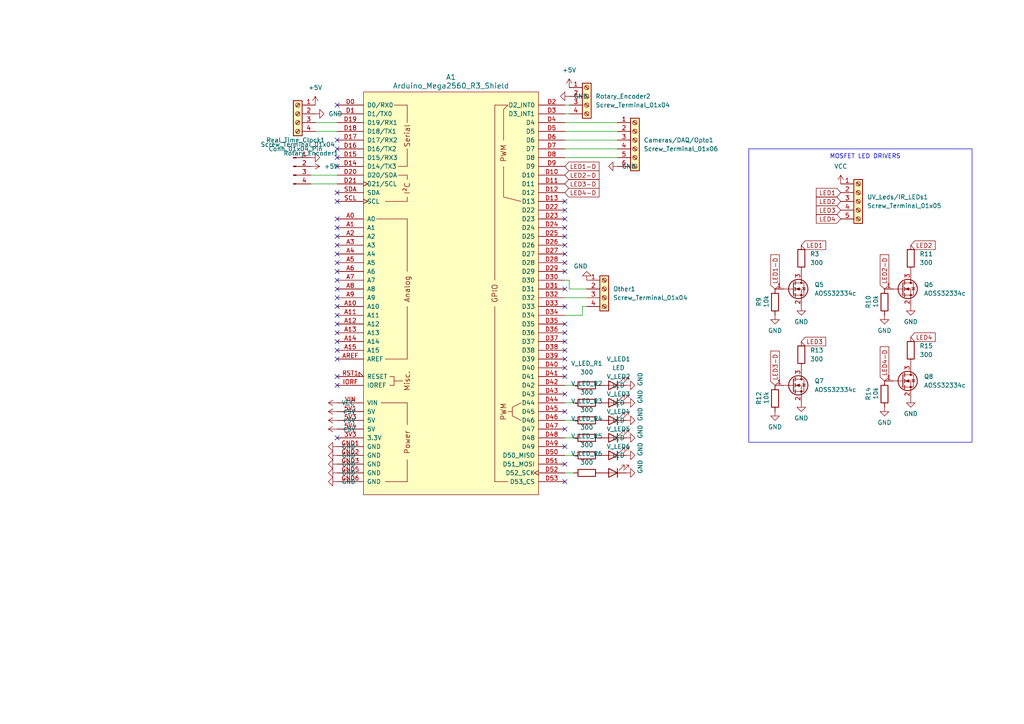
<source format=kicad_sch>
(kicad_sch (version 20231120) (generator "eeschema") (generator_version "8.0")
  (paper "A4")
  (lib_symbols
    (symbol "Connector:Conn_01x04_Pin" (pin_names (offset 1.016) hide)
      (property "Reference" "J" (at 0 5.08 0))
      (property "Value" "Conn_01x04_Pin" (at 0 -7.62 0))
      (symbol "Conn_01x04_Pin_1_1"
        (polyline (pts (xy 1.27 -5.08) (xy 0.8636 -5.08)) (stroke (width 0.1524)))
        (polyline (pts (xy 1.27 -2.54) (xy 0.8636 -2.54)) (stroke (width 0.1524)))
        (polyline (pts (xy 1.27 0) (xy 0.8636 0)) (stroke (width 0.1524)))
        (polyline (pts (xy 1.27 2.54) (xy 0.8636 2.54)) (stroke (width 0.1524)))
        (rectangle (start 0.8636 -4.953) (end 0 -5.207) (stroke (width 0.1524)) (fill (type outline)))
        (rectangle (start 0.8636 -2.413) (end 0 -2.667) (stroke (width 0.1524)) (fill (type outline)))
        (rectangle (start 0.8636 0.127) (end 0 -0.127) (stroke (width 0.1524)) (fill (type outline)))
        (rectangle (start 0.8636 2.667) (end 0 2.413) (stroke (width 0.1524)) (fill (type outline)))
        (pin passive line (at 5.08 2.54 180) (length 3.81) (name "Pin_1") (number "1"))
        (pin passive line (at 5.08 0 180) (length 3.81) (name "Pin_2") (number "2"))
        (pin passive line (at 5.08 -2.54 180) (length 3.81) (name "Pin_3") (number "3"))
        (pin passive line (at 5.08 -5.08 180) (length 3.81) (name "Pin_4") (number "4"))
      )
    )
    (symbol "Connector:Screw_Terminal_01x04" (pin_names (offset 1.016) hide)
      (property "Reference" "J" (at 0 5.08 0))
      (property "Value" "Screw_Terminal_01x04" (at 0 -7.62 0))
      (symbol "Screw_Terminal_01x04_1_1"
        (rectangle (start -1.27 3.81) (end 1.27 -6.35) (stroke (width 0.254)) (fill (type background)))
        (circle (center 0 -5.08) (radius 0.635) (stroke (width 0.1524)))
        (circle (center 0 -2.54) (radius 0.635) (stroke (width 0.1524)))
        (polyline (pts (xy -0.5334 -4.7498) (xy 0.3302 -5.588)) (stroke (width 0.1524)))
        (polyline (pts (xy -0.5334 -2.2098) (xy 0.3302 -3.048)) (stroke (width 0.1524)))
        (polyline (pts (xy -0.5334 0.3302) (xy 0.3302 -0.508)) (stroke (width 0.1524)))
        (polyline (pts (xy -0.5334 2.8702) (xy 0.3302 2.032)) (stroke (width 0.1524)))
        (polyline (pts (xy -0.3556 -4.572) (xy 0.508 -5.4102)) (stroke (width 0.1524)))
        (polyline (pts (xy -0.3556 -2.032) (xy 0.508 -2.8702)) (stroke (width 0.1524)))
        (polyline (pts (xy -0.3556 0.508) (xy 0.508 -0.3302)) (stroke (width 0.1524)))
        (polyline (pts (xy -0.3556 3.048) (xy 0.508 2.2098)) (stroke (width 0.1524)))
        (circle (center 0 0) (radius 0.635) (stroke (width 0.1524)))
        (circle (center 0 2.54) (radius 0.635) (stroke (width 0.1524)))
        (pin passive line (at -5.08 2.54 0) (length 3.81) (name "Pin_1") (number "1"))
        (pin passive line (at -5.08 0 0) (length 3.81) (name "Pin_2") (number "2"))
        (pin passive line (at -5.08 -2.54 0) (length 3.81) (name "Pin_3") (number "3"))
        (pin passive line (at -5.08 -5.08 0) (length 3.81) (name "Pin_4") (number "4"))
      )
    )
    (symbol "Connector:Screw_Terminal_01x05" (pin_names (offset 1.016) hide)
      (property "Reference" "J" (at 0 7.62 0))
      (property "Value" "Screw_Terminal_01x05" (at 0 -7.62 0))
      (symbol "Screw_Terminal_01x05_1_1"
        (rectangle (start -1.27 6.35) (end 1.27 -6.35) (stroke (width 0.254)) (fill (type background)))
        (circle (center 0 -5.08) (radius 0.635) (stroke (width 0.1524)))
        (circle (center 0 -2.54) (radius 0.635) (stroke (width 0.1524)))
        (polyline (pts (xy -0.5334 -4.7498) (xy 0.3302 -5.588)) (stroke (width 0.1524)))
        (polyline (pts (xy -0.5334 -2.2098) (xy 0.3302 -3.048)) (stroke (width 0.1524)))
        (polyline (pts (xy -0.5334 0.3302) (xy 0.3302 -0.508)) (stroke (width 0.1524)))
        (polyline (pts (xy -0.5334 2.8702) (xy 0.3302 2.032)) (stroke (width 0.1524)))
        (polyline (pts (xy -0.5334 5.4102) (xy 0.3302 4.572)) (stroke (width 0.1524)))
        (polyline (pts (xy -0.3556 -4.572) (xy 0.508 -5.4102)) (stroke (width 0.1524)))
        (polyline (pts (xy -0.3556 -2.032) (xy 0.508 -2.8702)) (stroke (width 0.1524)))
        (polyline (pts (xy -0.3556 0.508) (xy 0.508 -0.3302)) (stroke (width 0.1524)))
        (polyline (pts (xy -0.3556 3.048) (xy 0.508 2.2098)) (stroke (width 0.1524)))
        (polyline (pts (xy -0.3556 5.588) (xy 0.508 4.7498)) (stroke (width 0.1524)))
        (circle (center 0 0) (radius 0.635) (stroke (width 0.1524)))
        (circle (center 0 2.54) (radius 0.635) (stroke (width 0.1524)))
        (circle (center 0 5.08) (radius 0.635) (stroke (width 0.1524)))
        (pin passive line (at -5.08 5.08 0) (length 3.81) (name "Pin_1") (number "1"))
        (pin passive line (at -5.08 2.54 0) (length 3.81) (name "Pin_2") (number "2"))
        (pin passive line (at -5.08 0 0) (length 3.81) (name "Pin_3") (number "3"))
        (pin passive line (at -5.08 -2.54 0) (length 3.81) (name "Pin_4") (number "4"))
        (pin passive line (at -5.08 -5.08 0) (length 3.81) (name "Pin_5") (number "5"))
      )
    )
    (symbol "Connector:Screw_Terminal_01x06" (pin_names (offset 1.016) hide)
      (property "Reference" "J" (at 0 7.62 0))
      (property "Value" "Screw_Terminal_01x06" (at 0 -10.16 0))
      (symbol "Screw_Terminal_01x06_1_1"
        (rectangle (start -1.27 6.35) (end 1.27 -8.89) (stroke (width 0.254)) (fill (type background)))
        (circle (center 0 -7.62) (radius 0.635) (stroke (width 0.1524)))
        (circle (center 0 -5.08) (radius 0.635) (stroke (width 0.1524)))
        (circle (center 0 -2.54) (radius 0.635) (stroke (width 0.1524)))
        (polyline (pts (xy -0.5334 -7.2898) (xy 0.3302 -8.128)) (stroke (width 0.1524)))
        (polyline (pts (xy -0.5334 -4.7498) (xy 0.3302 -5.588)) (stroke (width 0.1524)))
        (polyline (pts (xy -0.5334 -2.2098) (xy 0.3302 -3.048)) (stroke (width 0.1524)))
        (polyline (pts (xy -0.5334 0.3302) (xy 0.3302 -0.508)) (stroke (width 0.1524)))
        (polyline (pts (xy -0.5334 2.8702) (xy 0.3302 2.032)) (stroke (width 0.1524)))
        (polyline (pts (xy -0.5334 5.4102) (xy 0.3302 4.572)) (stroke (width 0.1524)))
        (polyline (pts (xy -0.3556 -7.112) (xy 0.508 -7.9502)) (stroke (width 0.1524)))
        (polyline (pts (xy -0.3556 -4.572) (xy 0.508 -5.4102)) (stroke (width 0.1524)))
        (polyline (pts (xy -0.3556 -2.032) (xy 0.508 -2.8702)) (stroke (width 0.1524)))
        (polyline (pts (xy -0.3556 0.508) (xy 0.508 -0.3302)) (stroke (width 0.1524)))
        (polyline (pts (xy -0.3556 3.048) (xy 0.508 2.2098)) (stroke (width 0.1524)))
        (polyline (pts (xy -0.3556 5.588) (xy 0.508 4.7498)) (stroke (width 0.1524)))
        (circle (center 0 0) (radius 0.635) (stroke (width 0.1524)))
        (circle (center 0 2.54) (radius 0.635) (stroke (width 0.1524)))
        (circle (center 0 5.08) (radius 0.635) (stroke (width 0.1524)))
        (pin passive line (at -5.08 5.08 0) (length 3.81) (name "Pin_1") (number "1"))
        (pin passive line (at -5.08 2.54 0) (length 3.81) (name "Pin_2") (number "2"))
        (pin passive line (at -5.08 0 0) (length 3.81) (name "Pin_3") (number "3"))
        (pin passive line (at -5.08 -2.54 0) (length 3.81) (name "Pin_4") (number "4"))
        (pin passive line (at -5.08 -5.08 0) (length 3.81) (name "Pin_5") (number "5"))
        (pin passive line (at -5.08 -7.62 0) (length 3.81) (name "Pin_6") (number "6"))
      )
    )
    (symbol "Device:LED" (pin_numbers hide) (pin_names (offset 1.016) hide)
      (property "Reference" "D" (at 0 2.54 0))
      (property "Value" "LED" (at 0 -2.54 0))
      (symbol "LED_0_1"
        (polyline (pts (xy -1.27 -1.27) (xy -1.27 1.27)) (stroke (width 0.254)))
        (polyline (pts (xy -1.27 0) (xy 1.27 0)))
        (polyline (pts (xy 1.27 -1.27) (xy 1.27 1.27) (xy -1.27 0) (xy 1.27 -1.27)) (stroke (width 0.254)))
        (polyline (pts (xy -3.048 -0.762) (xy -4.572 -2.286) (xy -3.81 -2.286) (xy -4.572 -2.286) (xy -4.572 -1.524)))
        (polyline (pts (xy -1.778 -0.762) (xy -3.302 -2.286) (xy -2.54 -2.286) (xy -3.302 -2.286) (xy -3.302 -1.524)))
      )
      (symbol "LED_1_1"
        (pin passive line (at -3.81 0 0) (length 2.54) (name "K") (number "1"))
        (pin passive line (at 3.81 0 180) (length 2.54) (name "A") (number "2"))
      )
    )
    (symbol "Device:R" (pin_numbers hide) (pin_names (offset 0))
      (property "Reference" "R" (at 2.032 0 90))
      (property "Value" "R" (at 0 0 90))
      (symbol "R_0_1"
        (rectangle (start -1.016 -2.54) (end 1.016 2.54) (stroke (width 0.254)))
      )
      (symbol "R_1_1"
        (pin passive line (at 0 3.81 270) (length 1.27) (name "~") (number "1"))
        (pin passive line (at 0 -3.81 90) (length 1.27) (name "~") (number "2"))
      )
    )
    (symbol "Transistor_FET:2N7002E" (pin_names hide)
      (property "Reference" "Q" (at 5.08 1.905 0))
      (property "Value" "2N7002E" (at 5.08 0 0))
      (symbol "2N7002E_0_1"
        (polyline (pts (xy 0.254 0) (xy -2.54 0)))
        (polyline (pts (xy 0.254 1.905) (xy 0.254 -1.905)) (stroke (width 0.254)))
        (polyline (pts (xy 0.762 -1.27) (xy 0.762 -2.286)) (stroke (width 0.254)))
        (polyline (pts (xy 0.762 0.508) (xy 0.762 -0.508)) (stroke (width 0.254)))
        (polyline (pts (xy 0.762 2.286) (xy 0.762 1.27)) (stroke (width 0.254)))
        (polyline (pts (xy 2.54 2.54) (xy 2.54 1.778)))
        (polyline (pts (xy 2.54 -2.54) (xy 2.54 0) (xy 0.762 0)))
        (polyline (pts (xy 0.762 -1.778) (xy 3.302 -1.778) (xy 3.302 1.778) (xy 0.762 1.778)))
        (polyline (pts (xy 1.016 0) (xy 2.032 0.381) (xy 2.032 -0.381) (xy 1.016 0)) (fill (type outline)))
        (polyline (pts (xy 2.794 0.508) (xy 2.921 0.381) (xy 3.683 0.381) (xy 3.81 0.254)))
        (polyline (pts (xy 3.302 0.381) (xy 2.921 -0.254) (xy 3.683 -0.254) (xy 3.302 0.381)))
        (circle (center 1.651 0) (radius 2.794) (stroke (width 0.254)))
        (circle (center 2.54 -1.778) (radius 0.254) (fill (type outline)))
        (circle (center 2.54 1.778) (radius 0.254) (fill (type outline)))
      )
      (symbol "2N7002E_1_1"
        (pin input line (at -5.08 0 0) (length 2.54) (name "G") (number "1"))
        (pin passive line (at 2.54 -5.08 90) (length 2.54) (name "S") (number "2"))
        (pin passive line (at 2.54 5.08 270) (length 2.54) (name "D") (number "3"))
      )
    )
    (symbol "arduino-library_2:Arduino_Mega2560_R3_Shield_Middle_Removed" (pin_names (offset 1.016))
      (property "Reference" "A" (at 0 -62.23 0))
      (property "Value" "Arduino_Mega2560_R3_Shield" (at 0 -66.04 0))
      (symbol "Arduino_Mega2560_R3_Shield_Middle_Removed_0_0"
        (rectangle (start -25.4 58.42) (end 25.4 -58.42) (fill (type background)))
        (rectangle (start -20.32 -31.75) (end -12.7 -31.75))
        (rectangle (start -19.05 -54.61) (end -12.7 -54.61))
        (rectangle (start -19.05 -19.05) (end -12.7 -19.05))
        (rectangle (start -19.05 26.67) (end -12.7 26.67))
        (rectangle (start -17.78 -26.67) (end -16.51 -26.67))
        (rectangle (start -17.78 -24.13) (end -16.51 -24.13))
        (rectangle (start -16.51 -25.4) (end -13.97 -25.4))
        (rectangle (start -16.51 -24.13) (end -16.51 -26.67))
        (rectangle (start -16.51 54.61) (end -12.7 54.61))
        (rectangle (start -15.24 34.29) (end -12.7 34.29))
        (rectangle (start -15.24 36.83) (end -12.7 36.83))
        (rectangle (start -12.7 -54.61) (end -12.7 -48.26))
        (rectangle (start -12.7 -31.75) (end -12.7 -38.1))
        (rectangle (start -12.7 26.67) (end -12.7 27.94))
        (rectangle (start -12.7 34.29) (end -12.7 33.02))
        (rectangle (start -12.7 41.91) (end -12.7 36.83))
        (rectangle (start -12.7 49.53) (end -12.7 54.61))
        (polyline (pts (xy -21.59 21.59) (xy -12.7 21.59)))
        (polyline (pts (xy -12.7 -19.05) (xy -12.7 -3.81)))
        (polyline (pts (xy -12.7 6.35) (xy -12.7 21.59)))
        (polyline (pts (xy 12.7 -54.61) (xy 16.51 -54.61)))
        (polyline (pts (xy 12.7 54.61) (xy 16.51 54.61)))
        (polyline (pts (xy 17.78 -34.29) (xy 16.51 -34.29)))
        (polyline (pts (xy 15.24 36.83) (xy 15.24 27.94) (xy 20.32 26.67)))
        (polyline (pts (xy 15.24 44.45) (xy 15.24 53.34) (xy 16.51 54.61)))
        (polyline (pts (xy 20.32 -31.75) (xy 17.78 -33.02) (xy 17.78 -35.56) (xy 20.32 -36.83)))
        (text "Analog" (at -12.7 1.27 900) (effects (font (size 1.524 1.524))))
        (text "I²C" (at -12.7 30.48 900) (effects (font (size 1.524 1.524))))
        (text "Misc." (at -12.7 -25.4 900) (effects (font (size 1.524 1.524))))
        (text "Power" (at -12.7 -43.18 900) (effects (font (size 1.524 1.524))))
        (text "PWM" (at 15.24 -34.29 900) (effects (font (size 1.524 1.524))))
        (text "PWM" (at 15.24 40.64 900) (effects (font (size 1.524 1.524))))
        (text "Serial" (at -12.7 45.72 900) (effects (font (size 1.524 1.524))))
      )
      (symbol "Arduino_Mega2560_R3_Shield_Middle_Removed_1_0"
        (rectangle (start 12.7 -54.61) (end 12.7 -3.81))
        (rectangle (start 12.7 54.61) (end 12.7 3.81))
        (text "GPIO" (at 12.7 0 900) (effects (font (size 1.524 1.524))))
      )
      (symbol "Arduino_Mega2560_R3_Shield_Middle_Removed_1_1"
        (pin power_out line (at -33.02 -41.91 0) (length 7.62) (name "3.3V") (number "3V3"))
        (pin power_in line (at -33.02 -34.29 0) (length 7.62) (name "5V") (number "5V1"))
        (pin power_in line (at -33.02 -36.83 0) (length 7.62) (name "5V") (number "5V3"))
        (pin power_in line (at -33.02 -39.37 0) (length 7.62) (name "5V") (number "5V4"))
        (pin bidirectional line (at -33.02 21.59 0) (length 7.62) (name "A0") (number "A0"))
        (pin bidirectional line (at -33.02 19.05 0) (length 7.62) (name "A1") (number "A1"))
        (pin bidirectional line (at -33.02 -3.81 0) (length 7.62) (name "A10") (number "A10"))
        (pin bidirectional line (at -33.02 -6.35 0) (length 7.62) (name "A11") (number "A11"))
        (pin bidirectional line (at -33.02 -8.89 0) (length 7.62) (name "A12") (number "A12"))
        (pin bidirectional line (at -33.02 -11.43 0) (length 7.62) (name "A13") (number "A13"))
        (pin bidirectional line (at -33.02 -13.97 0) (length 7.62) (name "A14") (number "A14"))
        (pin bidirectional line (at -33.02 -16.51 0) (length 7.62) (name "A15") (number "A15"))
        (pin bidirectional line (at -33.02 16.51 0) (length 7.62) (name "A2") (number "A2"))
        (pin bidirectional line (at -33.02 13.97 0) (length 7.62) (name "A3") (number "A3"))
        (pin bidirectional line (at -33.02 11.43 0) (length 7.62) (name "A4") (number "A4"))
        (pin bidirectional line (at -33.02 8.89 0) (length 7.62) (name "A5") (number "A5"))
        (pin bidirectional line (at -33.02 6.35 0) (length 7.62) (name "A6") (number "A6"))
        (pin bidirectional line (at -33.02 3.81 0) (length 7.62) (name "A7") (number "A7"))
        (pin bidirectional line (at -33.02 1.27 0) (length 7.62) (name "A8") (number "A8"))
        (pin bidirectional line (at -33.02 -1.27 0) (length 7.62) (name "A9") (number "A9"))
        (pin input line (at -33.02 -19.05 0) (length 7.62) (name "AREF") (number "AREF"))
        (pin bidirectional line (at -33.02 54.61 0) (length 7.62) (name "D0/RX0") (number "D0"))
        (pin bidirectional line (at -33.02 52.07 0) (length 7.62) (name "D1/TX0") (number "D1"))
        (pin bidirectional line (at 33.02 34.29 180) (length 7.62) (name "D10") (number "D10"))
        (pin bidirectional line (at 33.02 31.75 180) (length 7.62) (name "D11") (number "D11"))
        (pin bidirectional line (at 33.02 29.21 180) (length 7.62) (name "D12") (number "D12"))
        (pin bidirectional line (at 33.02 26.67 180) (length 7.62) (name "D13") (number "D13"))
        (pin bidirectional line (at -33.02 36.83 0) (length 7.62) (name "D14/TX3") (number "D14"))
        (pin bidirectional line (at -33.02 39.37 0) (length 7.62) (name "D15/RX3") (number "D15"))
        (pin bidirectional line (at -33.02 41.91 0) (length 7.62) (name "D16/TX2") (number "D16"))
        (pin bidirectional line (at -33.02 44.45 0) (length 7.62) (name "D17/RX2") (number "D17"))
        (pin bidirectional line (at -33.02 46.99 0) (length 7.62) (name "D18/TX1") (number "D18"))
        (pin bidirectional line (at -33.02 49.53 0) (length 7.62) (name "D19/RX1") (number "D19"))
        (pin bidirectional line (at 33.02 54.61 180) (length 7.62) (name "D2_INT0") (number "D2"))
        (pin bidirectional line (at -33.02 34.29 0) (length 7.62) (name "D20/SDA") (number "D20"))
        (pin bidirectional clock (at -33.02 31.75 0) (length 7.62) (name "D21/SCL") (number "D21"))
        (pin bidirectional line (at 33.02 24.13 180) (length 7.62) (name "D22") (number "D22"))
        (pin bidirectional line (at 33.02 21.59 180) (length 7.62) (name "D23") (number "D23"))
        (pin bidirectional line (at 33.02 19.05 180) (length 7.62) (name "D24") (number "D24"))
        (pin bidirectional line (at 33.02 16.51 180) (length 7.62) (name "D25") (number "D25"))
        (pin bidirectional line (at 33.02 13.97 180) (length 7.62) (name "D26") (number "D26"))
        (pin bidirectional line (at 33.02 11.43 180) (length 7.62) (name "D27") (number "D27"))
        (pin bidirectional line (at 33.02 8.89 180) (length 7.62) (name "D28") (number "D28"))
        (pin bidirectional line (at 33.02 6.35 180) (length 7.62) (name "D29") (number "D29"))
        (pin bidirectional line (at 33.02 52.07 180) (length 7.62) (name "D3_INT1") (number "D3"))
        (pin bidirectional line (at 33.02 3.81 180) (length 7.62) (name "D30") (number "D30"))
        (pin bidirectional line (at 33.02 1.27 180) (length 7.62) (name "D31") (number "D31"))
        (pin bidirectional line (at 33.02 -1.27 180) (length 7.62) (name "D32") (number "D32"))
        (pin bidirectional line (at 33.02 -3.81 180) (length 7.62) (name "D33") (number "D33"))
        (pin bidirectional line (at 33.02 -6.35 180) (length 7.62) (name "D34") (number "D34"))
        (pin bidirectional line (at 33.02 -8.89 180) (length 7.62) (name "D35") (number "D35"))
        (pin bidirectional line (at 33.02 -11.43 180) (length 7.62) (name "D36") (number "D36"))
        (pin bidirectional line (at 33.02 -13.97 180) (length 7.62) (name "D37") (number "D37"))
        (pin bidirectional line (at 33.02 -16.51 180) (length 7.62) (name "D38") (number "D38"))
        (pin bidirectional line (at 33.02 -19.05 180) (length 7.62) (name "D39") (number "D39"))
        (pin bidirectional line (at 33.02 49.53 180) (length 7.62) (name "D4") (number "D4"))
        (pin bidirectional line (at 33.02 -21.59 180) (length 7.62) (name "D40") (number "D40"))
        (pin bidirectional line (at 33.02 -24.13 180) (length 7.62) (name "D41") (number "D41"))
        (pin bidirectional line (at 33.02 -26.67 180) (length 7.62) (name "D42") (number "D42"))
        (pin bidirectional line (at 33.02 -29.21 180) (length 7.62) (name "D43") (number "D43"))
        (pin bidirectional line (at 33.02 -31.75 180) (length 7.62) (name "D44") (number "D44"))
        (pin bidirectional line (at 33.02 -34.29 180) (length 7.62) (name "D45") (number "D45"))
        (pin bidirectional line (at 33.02 -36.83 180) (length 7.62) (name "D46") (number "D46"))
        (pin bidirectional line (at 33.02 -39.37 180) (length 7.62) (name "D47") (number "D47"))
        (pin bidirectional line (at 33.02 -41.91 180) (length 7.62) (name "D48") (number "D48"))
        (pin bidirectional line (at 33.02 -44.45 180) (length 7.62) (name "D49") (number "D49"))
        (pin bidirectional line (at 33.02 46.99 180) (length 7.62) (name "D5") (number "D5"))
        (pin bidirectional line (at 33.02 -46.99 180) (length 7.62) (name "D50_MISO") (number "D50"))
        (pin bidirectional line (at 33.02 -49.53 180) (length 7.62) (name "D51_MOSI") (number "D51"))
        (pin bidirectional clock (at 33.02 -52.07 180) (length 7.62) (name "D52_SCK") (number "D52"))
        (pin bidirectional line (at 33.02 -54.61 180) (length 7.62) (name "D53_CS") (number "D53"))
        (pin bidirectional line (at 33.02 44.45 180) (length 7.62) (name "D6") (number "D6"))
        (pin bidirectional line (at 33.02 41.91 180) (length 7.62) (name "D7") (number "D7"))
        (pin bidirectional line (at 33.02 39.37 180) (length 7.62) (name "D8") (number "D8"))
        (pin bidirectional line (at 33.02 36.83 180) (length 7.62) (name "D9") (number "D9"))
        (pin power_in line (at -33.02 -44.45 0) (length 7.62) (name "GND") (number "GND1"))
        (pin power_in line (at -33.02 -46.99 0) (length 7.62) (name "GND") (number "GND2"))
        (pin power_in line (at -33.02 -49.53 0) (length 7.62) (name "GND") (number "GND3"))
        (pin power_in line (at -33.02 -52.07 0) (length 7.62) (name "GND") (number "GND5"))
        (pin power_in line (at -33.02 -54.61 0) (length 7.62) (name "GND") (number "GND6"))
        (pin output line (at -33.02 -26.67 0) (length 7.62) (name "IOREF") (number "IORF"))
        (pin open_collector input_low (at -33.02 -24.13 0) (length 7.62) (name "RESET") (number "RST1"))
        (pin bidirectional clock (at -33.02 26.67 0) (length 7.62) (name "SCL") (number "SCL"))
        (pin bidirectional line (at -33.02 29.21 0) (length 7.62) (name "SDA") (number "SDA"))
        (pin power_in line (at -33.02 -31.75 0) (length 7.62) (name "VIN") (number "VIN"))
      )
    )
    (symbol "power:+5V" (power) (pin_names (offset 0))
      (property "Value" "+5V" (at 0 3.556 0))
      (symbol "+5V_0_1"
        (polyline (pts (xy -0.762 1.27) (xy 0 2.54)))
        (polyline (pts (xy 0 0) (xy 0 2.54)))
        (polyline (pts (xy 0 2.54) (xy 0.762 1.27)))
      )
      (symbol "+5V_1_1"
        (pin power_in line (at 0 0 90) (length 0) hide (name "+5V") (number "1"))
      )
    )
    (symbol "power:GND" (power) (pin_names (offset 0))
      (property "Value" "GND" (at 0 -3.81 0))
      (symbol "GND_0_1"
        (polyline (pts (xy 0 0) (xy 0 -1.27) (xy 1.27 -1.27) (xy 0 -2.54) (xy -1.27 -1.27) (xy 0 -1.27)))
      )
      (symbol "GND_1_1"
        (pin power_in line (at 0 0 270) (length 0) hide (name "GND") (number "1"))
      )
    )
    (symbol "power:VCC" (power) (pin_names (offset 0))
      (property "Value" "VCC" (at 0 3.81 0))
      (symbol "VCC_0_1"
        (polyline (pts (xy -0.762 1.27) (xy 0 2.54)))
        (polyline (pts (xy 0 0) (xy 0 2.54)))
        (polyline (pts (xy 0 2.54) (xy 0.762 1.27)))
      )
      (symbol "VCC_1_1"
        (pin power_in line (at 0 0 90) (length 0) hide (name "VCC") (number "1"))
      )
    )
  )
  (no_connect (at 163.83 66.04))
  (no_connect (at 163.83 63.5))
  (no_connect (at 163.83 134.62))
  (no_connect (at 163.83 139.7))
  (no_connect (at 97.79 99.06))
  (no_connect (at 163.83 68.58))
  (no_connect (at 163.83 124.46))
  (no_connect (at 97.79 104.14))
  (no_connect (at 97.79 66.04))
  (no_connect (at 97.79 73.66))
  (no_connect (at 97.79 111.76))
  (no_connect (at 97.79 40.64))
  (no_connect (at 163.83 104.14))
  (no_connect (at 97.79 68.58))
  (no_connect (at 97.79 63.5))
  (no_connect (at 97.79 91.44))
  (no_connect (at 163.83 114.3))
  (no_connect (at 97.79 96.52))
  (no_connect (at 163.83 88.9))
  (no_connect (at 97.79 78.74))
  (no_connect (at 163.83 129.54))
  (no_connect (at 163.83 99.06))
  (no_connect (at 97.79 86.36))
  (no_connect (at 163.83 119.38))
  (no_connect (at 163.83 73.66))
  (no_connect (at 163.83 78.74))
  (no_connect (at 97.79 58.42))
  (no_connect (at 97.79 88.9))
  (no_connect (at 97.79 45.72))
  (no_connect (at 97.79 55.88))
  (no_connect (at 97.79 30.48))
  (no_connect (at 97.79 48.26))
  (no_connect (at 163.83 96.52))
  (no_connect (at 97.79 127))
  (no_connect (at 163.83 60.96))
  (no_connect (at 97.79 43.18))
  (no_connect (at 163.83 58.42))
  (no_connect (at 97.79 101.6))
  (no_connect (at 163.83 93.98))
  (no_connect (at 97.79 109.22))
  (no_connect (at 97.79 71.12))
  (no_connect (at 97.79 76.2))
  (no_connect (at 97.79 81.28))
  (no_connect (at 163.83 106.68))
  (no_connect (at 163.83 71.12))
  (no_connect (at 97.79 83.82))
  (no_connect (at 163.83 109.22))
  (no_connect (at 163.83 101.6))
  (no_connect (at 163.83 83.82))
  (no_connect (at 163.83 76.2))
  (no_connect (at 97.79 93.98))
  (wire (pts (xy 163.83 116.84) (xy 166.37 116.84)))
  (wire (pts (xy 165.1 33.02) (xy 163.83 33.02)))
  (wire (pts (xy 170.18 88.9) (xy 168.91 88.9)))
  (wire (pts (xy 165.1 83.82) (xy 170.18 83.82)))
  (wire (pts (xy 91.44 35.56) (xy 97.79 35.56)))
  (wire (pts (xy 163.83 121.92) (xy 166.37 121.92)))
  (wire (pts (xy 168.91 91.44) (xy 163.83 91.44)))
  (wire (pts (xy 163.83 45.72) (xy 179.07 45.72)))
  (wire (pts (xy 163.83 40.64) (xy 179.07 40.64)))
  (wire (pts (xy 165.1 83.82) (xy 165.1 81.28)))
  (wire (pts (xy 163.83 43.18) (xy 179.07 43.18)))
  (wire (pts (xy 163.83 137.16) (xy 166.37 137.16)))
  (wire (pts (xy 163.83 30.48) (xy 165.1 30.48)))
  (wire (pts (xy 163.83 35.56) (xy 179.07 35.56)))
  (wire (pts (xy 90.17 50.8) (xy 97.79 50.8)))
  (wire (pts (xy 168.91 88.9) (xy 168.91 91.44)))
  (wire (pts (xy 163.83 132.08) (xy 166.37 132.08)))
  (wire (pts (xy 163.83 38.1) (xy 179.07 38.1)))
  (wire (pts (xy 163.83 111.76) (xy 166.37 111.76)))
  (wire (pts (xy 163.83 127) (xy 166.37 127)))
  (wire (pts (xy 170.18 86.36) (xy 163.83 86.36)))
  (wire (pts (xy 91.44 38.1) (xy 97.79 38.1)))
  (wire (pts (xy 90.17 53.34) (xy 97.79 53.34)))
  (wire (pts (xy 165.1 81.28) (xy 163.83 81.28)))
  (rectangle (start 217.17 43.18) (end 281.94 128.27))
  (text "MOSFET LED DRIVERS" (at 250.952 45.466 0) (effects (font (size 1.27 1.27))))
  (global_label "LED1" (shape input) (at 243.84 55.88 180) (property "Intersheetrefs" "${INTERSHEET_REFS}" (effects (hide yes))))
  (global_label "LED4" (shape input) (at 264.16 97.79 0) (property "Intersheetrefs" "${INTERSHEET_REFS}" (effects (hide yes))))
  (global_label "LED4-D" (shape input) (at 256.54 110.49 90) (property "Intersheetrefs" "${INTERSHEET_REFS}" (effects (hide yes))))
  (global_label "LED2-D" (shape input) (at 256.54 83.82 90) (property "Intersheetrefs" "${INTERSHEET_REFS}" (effects (hide yes))))
  (global_label "LED1" (shape input) (at 232.41 71.12 0) (property "Intersheetrefs" "${INTERSHEET_REFS}" (effects (hide yes))))
  (global_label "LED3" (shape input) (at 243.84 60.96 180) (property "Intersheetrefs" "${INTERSHEET_REFS}" (effects (hide yes))))
  (global_label "LED3-D" (shape input) (at 224.79 111.76 90) (property "Intersheetrefs" "${INTERSHEET_REFS}" (effects (hide yes))))
  (global_label "LED3-D" (shape input) (at 163.83 53.34 0) (property "Intersheetrefs" "${INTERSHEET_REFS}" (effects (hide yes))))
  (global_label "LED4-D" (shape input) (at 163.83 55.88 0) (property "Intersheetrefs" "${INTERSHEET_REFS}" (effects (hide yes))))
  (global_label "LED1-D" (shape input) (at 224.79 83.82 90) (property "Intersheetrefs" "${INTERSHEET_REFS}" (effects (hide yes))))
  (global_label "LED2" (shape input) (at 243.84 58.42 180) (property "Intersheetrefs" "${INTERSHEET_REFS}" (effects (hide yes))))
  (global_label "LED1-D" (shape input) (at 163.83 48.26 0) (property "Intersheetrefs" "${INTERSHEET_REFS}" (effects (hide yes))))
  (global_label "LED3" (shape input) (at 232.41 99.06 0) (property "Intersheetrefs" "${INTERSHEET_REFS}" (effects (hide yes))))
  (global_label "LED2-D" (shape input) (at 163.83 50.8 0) (property "Intersheetrefs" "${INTERSHEET_REFS}" (effects (hide yes))))
  (global_label "LED4" (shape input) (at 243.84 63.5 180) (property "Intersheetrefs" "${INTERSHEET_REFS}" (effects (hide yes))))
  (global_label "LED2" (shape input) (at 264.16 71.12 0) (property "Intersheetrefs" "${INTERSHEET_REFS}" (effects (hide yes))))
  (symbol (lib_id "power:VCC") (at 97.79 116.84 90) (unit 1)
    (property "Reference" "#PWR07" (effects (hide yes)))
    (property "Value" "VCC" (at 99.06 116.8399 90) (effects (justify right)))
  )
  (symbol (lib_id "power:GND") (at 165.1 27.94 270) (unit 1)
    (property "Reference" "#PWR08" (effects (hide yes)))
    (property "Value" "GND" (at 166.37 27.9399 90) (effects (justify left)))
  )
  (symbol (lib_id "Device:R") (at 224.79 87.63 180) (unit 1)
    (property "Reference" "R9" (at 220.091 87.5538 90))
    (property "Value" "10k" (at 222.25 87.4268 90))
    (property "Footprint" "Resistor_SMD:R_0805_2012Metric" (effects (hide yes)))
  )
  (symbol (lib_id "Connector:Screw_Terminal_01x06") (at 184.15 40.64 0) (unit 1)
    (property "Reference" "Cameras/DAQ/Opto1" (at 186.69 40.64 0) (effects (justify left)))
    (property "Value" "Screw_Terminal_01x06" (at 186.69 43.18 0) (effects (justify left)))
    (property "Footprint" "TerminalBlock_Phoenix:TerminalBlock_Phoenix_MKDS-1,5-6_1x06_P5.00mm_Horizontal" (effects (hide yes)))
  )
  (symbol (lib_id "power:GND") (at 232.41 88.9 0) (unit 1)
    (property "Reference" "#PWR024" (effects (hide yes)))
    (property "Value" "GND" (at 232.41 93.345 0))
  )
  (symbol (lib_id "Device:R") (at 170.18 127 270) (unit 1)
    (property "Reference" "V_LED_R4" (at 170.18 121.412 90))
    (property "Value" "300" (at 170.18 123.952 90))
    (property "Footprint" "Resistor_SMD:R_0805_2012Metric" (effects (hide yes)))
  )
  (symbol (lib_id "Connector:Screw_Terminal_01x04") (at 175.26 83.82 0) (unit 1)
    (property "Reference" "Other1" (at 177.8 83.82 0) (effects (justify left)))
    (property "Value" "Screw_Terminal_01x04" (at 177.8 86.36 0) (effects (justify left)))
    (property "Footprint" "TerminalBlock_Phoenix:TerminalBlock_Phoenix_MKDS-1,5-4_1x04_P5.00mm_Horizontal" (effects (hide yes)))
  )
  (symbol (lib_id "Device:LED") (at 177.8 111.76 180) (unit 1)
    (property "Reference" "V_LED1" (at 179.3875 104.14 0))
    (property "Value" "LED" (at 179.3875 106.68 0))
    (property "Footprint" "LED_SMD:LED_0805_2012Metric" (effects (hide yes)))
  )
  (symbol (lib_id "power:VCC") (at 243.84 53.34 0) (unit 1)
    (property "Reference" "#PWR022" (effects (hide yes)))
    (property "Value" "VCC" (at 243.84 48.26 0))
  )
  (symbol (lib_id "Device:R") (at 264.16 74.93 180) (unit 1)
    (property "Reference" "R11" (at 266.7 73.66 0) (effects (justify right)))
    (property "Value" "300" (at 266.7 76.2 0) (effects (justify right)))
    (property "Footprint" "Resistor_SMD:R_0805_2012Metric" (effects (hide yes)))
  )
  (symbol (lib_id "power:GND") (at 224.79 91.44 0) (unit 1)
    (property "Reference" "#PWR023" (effects (hide yes)))
    (property "Value" "GND" (at 224.79 95.885 0))
  )
  (symbol (lib_id "Device:LED") (at 177.8 137.16 180) (unit 1)
    (property "Reference" "V_LED6" (at 179.3875 129.54 0))
    (property "Value" "LED" (at 179.3875 132.08 0))
    (property "Footprint" "LED_SMD:LED_0805_2012Metric" (effects (hide yes)))
  )
  (symbol (lib_id "power:GND") (at 170.18 81.28 180) (unit 1)
    (property "Reference" "#PWR017" (effects (hide yes)))
    (property "Value" "GND" (at 168.402 77.216 0))
  )
  (symbol (lib_id "Transistor_FET:2N7002E") (at 261.62 83.82 0) (unit 1)
    (property "Reference" "Q6" (at 267.97 82.5499 0) (effects (justify left)))
    (property "Value" "AOSS32334c" (at 267.97 85.0899 0) (effects (justify left)))
    (property "Footprint" "Package_TO_SOT_SMD:SOT-23" (effects (hide yes)))
    (property "Datasheet" "http://www.diodes.com/assets/Datasheets/ds30376.pdf" (effects (hide yes)))
  )
  (symbol (lib_id "Device:R") (at 170.18 121.92 270) (unit 1)
    (property "Reference" "V_LED_R3" (at 170.18 116.332 90))
    (property "Value" "300" (at 170.18 118.872 90))
    (property "Footprint" "Resistor_SMD:R_0805_2012Metric" (effects (hide yes)))
  )
  (symbol (lib_id "power:GND") (at 91.44 33.02 90) (unit 1)
    (property "Reference" "#PWR06" (effects (hide yes)))
    (property "Value" "GND" (at 95.25 33.0199 90) (effects (justify right)))
  )
  (symbol (lib_id "Transistor_FET:2N7002E") (at 229.87 111.76 0) (unit 1)
    (property "Reference" "Q7" (at 236.22 110.4899 0) (effects (justify left)))
    (property "Value" "AOSS32334c" (at 236.22 113.0299 0) (effects (justify left)))
    (property "Footprint" "Package_TO_SOT_SMD:SOT-23" (effects (hide yes)))
    (property "Datasheet" "http://www.diodes.com/assets/Datasheets/ds30376.pdf" (effects (hide yes)))
  )
  (symbol (lib_id "power:+5V") (at 97.79 121.92 90) (unit 1)
    (property "Reference" "#PWR031" (effects (hide yes)))
    (property "Value" "+5V" (at 99.06 121.9199 90) (effects (justify right)))
  )
  (symbol (lib_id "Device:R") (at 232.41 102.87 180) (unit 1)
    (property "Reference" "R13" (at 234.95 101.6 0) (effects (justify right)))
    (property "Value" "300" (at 234.95 104.14 0) (effects (justify right)))
    (property "Footprint" "Resistor_SMD:R_0805_2012Metric" (effects (hide yes)))
  )
  (symbol (lib_id "Device:R") (at 256.54 114.3 180) (unit 1)
    (property "Reference" "R14" (at 251.841 114.2238 90))
    (property "Value" "10k" (at 254 114.0968 90))
    (property "Footprint" "Resistor_SMD:R_0805_2012Metric" (effects (hide yes)))
  )
  (symbol (lib_id "Device:R") (at 170.18 132.08 270) (unit 1)
    (property "Reference" "V_LED_R5" (at 170.18 126.492 90))
    (property "Value" "300" (at 170.18 129.032 90))
    (property "Footprint" "Resistor_SMD:R_0805_2012Metric" (effects (hide yes)))
  )
  (symbol (lib_id "power:GND") (at 232.41 116.84 0) (unit 1)
    (property "Reference" "#PWR028" (effects (hide yes)))
    (property "Value" "GND" (at 232.41 121.285 0))
  )
  (symbol (lib_id "Transistor_FET:2N7002E") (at 229.87 83.82 0) (unit 1)
    (property "Reference" "Q5" (at 236.22 82.5499 0) (effects (justify left)))
    (property "Value" "AOSS32334c" (at 236.22 85.0899 0) (effects (justify left)))
    (property "Footprint" "Package_TO_SOT_SMD:SOT-23" (effects (hide yes)))
    (property "Datasheet" "http://www.diodes.com/assets/Datasheets/ds30376.pdf" (effects (hide yes)))
  )
  (symbol (lib_id "Connector:Conn_01x04_Pin") (at 85.09 48.26 0) (unit 1)
    (property "Reference" "Real_Time_Clock1" (at 85.725 40.64 0))
    (property "Value" "Conn_01x04_Pin" (at 85.725 43.18 0))
    (property "Footprint" "Connector_PinHeader_2.54mm:PinHeader_1x04_P2.54mm_Vertical" (effects (hide yes)))
  )
  (symbol (lib_id "Connector:Screw_Terminal_01x04") (at 170.18 27.94 0) (unit 1)
    (property "Reference" "Rotary_Encoder2" (at 172.72 27.94 0) (effects (justify left)))
    (property "Value" "Screw_Terminal_01x04" (at 172.72 30.48 0) (effects (justify left)))
    (property "Footprint" "TerminalBlock_Phoenix:TerminalBlock_Phoenix_MKDS-1,5-4_1x04_P5.00mm_Horizontal" (effects (hide yes)))
  )
  (symbol (lib_id "power:GND") (at 97.79 137.16 270) (unit 1)
    (property "Reference" "#PWR018" (effects (hide yes)))
    (property "Value" "GND" (at 99.06 137.1599 90) (effects (justify left)))
  )
  (symbol (lib_id "power:+5V") (at 91.44 30.48 0) (unit 1)
    (property "Reference" "#PWR03" (effects (hide yes)))
    (property "Value" "+5V" (at 91.44 25.4 0))
  )
  (symbol (lib_id "Transistor_FET:2N7002E") (at 261.62 110.49 0) (unit 1)
    (property "Reference" "Q8" (at 267.97 109.2199 0) (effects (justify left)))
    (property "Value" "AOSS32334c" (at 267.97 111.7599 0) (effects (justify left)))
    (property "Footprint" "Package_TO_SOT_SMD:SOT-23" (effects (hide yes)))
    (property "Datasheet" "http://www.diodes.com/assets/Datasheets/ds30376.pdf" (effects (hide yes)))
  )
  (symbol (lib_id "Device:R") (at 232.41 74.93 180) (unit 1)
    (property "Reference" "R3" (at 234.95 73.66 0) (effects (justify right)))
    (property "Value" "300" (at 234.95 76.2 0) (effects (justify right)))
    (property "Footprint" "Resistor_SMD:R_0805_2012Metric" (effects (hide yes)))
  )
  (symbol (lib_id "power:GND") (at 97.79 134.62 270) (unit 1)
    (property "Reference" "#PWR019" (effects (hide yes)))
    (property "Value" "GND" (at 99.06 134.6199 90) (effects (justify left)))
  )
  (symbol (lib_id "power:GND") (at 264.16 88.9 0) (unit 1)
    (property "Reference" "#PWR026" (effects (hide yes)))
    (property "Value" "GND" (at 264.16 93.345 0))
  )
  (symbol (lib_id "Device:R") (at 170.18 111.76 270) (unit 1)
    (property "Reference" "V_LED_R1" (at 170.18 105.41 90))
    (property "Value" "300" (at 170.18 107.95 90))
    (property "Footprint" "Resistor_SMD:R_0805_2012Metric" (effects (hide yes)))
  )
  (symbol (lib_id "Connector:Screw_Terminal_01x05") (at 248.92 58.42 0) (unit 1)
    (property "Reference" "UV_Leds/IR_LEDs1" (at 251.46 57.15 0) (effects (justify left)))
    (property "Value" "Screw_Terminal_01x05" (at 251.46 59.69 0) (effects (justify left)))
    (property "Footprint" "TerminalBlock_Phoenix:TerminalBlock_Phoenix_MKDS-1,5-5_1x05_P5.00mm_Horizontal" (effects (hide yes)))
  )
  (symbol (lib_id "Device:LED") (at 177.8 121.92 180) (unit 1)
    (property "Reference" "V_LED3" (at 179.3875 114.3 0))
    (property "Value" "LED" (at 179.3875 116.84 0))
    (property "Footprint" "LED_SMD:LED_0805_2012Metric" (effects (hide yes)))
  )
  (symbol (lib_id "Device:R") (at 224.79 115.57 180) (unit 1)
    (property "Reference" "R12" (at 220.091 115.4938 90))
    (property "Value" "10k" (at 222.25 115.3668 90))
    (property "Footprint" "Resistor_SMD:R_0805_2012Metric" (effects (hide yes)))
  )
  (symbol (lib_id "Device:LED") (at 177.8 116.84 180) (unit 1)
    (property "Reference" "V_LED2" (at 179.3875 109.22 0))
    (property "Value" "LED" (at 179.3875 111.76 0))
    (property "Footprint" "LED_SMD:LED_0805_2012Metric" (effects (hide yes)))
  )
  (symbol (lib_id "power:GND") (at 181.61 121.92 90) (unit 1)
    (property "Reference" "#PWR011" (effects (hide yes)))
    (property "Value" "GND" (at 185.674 120.142 0))
  )
  (symbol (lib_id "power:GND") (at 264.16 115.57 0) (unit 1)
    (property "Reference" "#PWR030" (effects (hide yes)))
    (property "Value" "GND" (at 264.16 120.015 0))
  )
  (symbol (lib_id "Device:R") (at 256.54 87.63 180) (unit 1)
    (property "Reference" "R10" (at 251.841 87.5538 90))
    (property "Value" "10k" (at 254 87.4268 90))
    (property "Footprint" "Resistor_SMD:R_0805_2012Metric" (effects (hide yes)))
  )
  (symbol (lib_id "power:GND") (at 224.79 119.38 0) (unit 1)
    (property "Reference" "#PWR027" (effects (hide yes)))
    (property "Value" "GND" (at 224.79 123.825 0))
  )
  (symbol (lib_id "Device:LED") (at 177.8 132.08 180) (unit 1)
    (property "Reference" "V_LED5" (at 179.3875 124.46 0))
    (property "Value" "LED" (at 179.3875 127 0))
    (property "Footprint" "LED_SMD:LED_0805_2012Metric" (effects (hide yes)))
  )
  (symbol (lib_id "power:+5V") (at 97.79 124.46 90) (unit 1)
    (property "Reference" "#PWR032" (effects (hide yes)))
    (property "Value" "+5V" (at 99.06 124.4599 90) (effects (justify right)))
  )
  (symbol (lib_id "power:GND") (at 97.79 129.54 270) (unit 1)
    (property "Reference" "#PWR021" (effects (hide yes)))
    (property "Value" "GND" (at 99.06 129.5399 90) (effects (justify left)))
  )
  (symbol (lib_id "Device:LED") (at 177.8 127 180) (unit 1)
    (property "Reference" "V_LED4" (at 179.3875 119.38 0))
    (property "Value" "LED" (at 179.3875 121.92 0))
    (property "Footprint" "LED_SMD:LED_0805_2012Metric" (effects (hide yes)))
  )
  (symbol (lib_id "power:GND") (at 97.79 139.7 270) (unit 1)
    (property "Reference" "#PWR05" (effects (hide yes)))
    (property "Value" "GND" (at 99.06 139.6999 90) (effects (justify left)))
  )
  (symbol (lib_id "power:GND") (at 181.61 111.76 90) (unit 1)
    (property "Reference" "#PWR09" (effects (hide yes)))
    (property "Value" "GND" (at 185.674 109.982 0))
  )
  (symbol (lib_id "Connector:Screw_Terminal_01x04") (at 86.36 33.02 0) (mirror y) (unit 1)
    (property "Reference" "Rotary_Encoder1" (at 90.17 44.45 0))
    (property "Value" "Screw_Terminal_01x04" (at 86.36 41.91 0))
    (property "Footprint" "TerminalBlock_Phoenix:TerminalBlock_Phoenix_MKDS-1,5-4_1x04_P5.00mm_Horizontal" (effects (hide yes)))
  )
  (symbol (lib_id "power:GND") (at 181.61 137.16 90) (unit 1)
    (property "Reference" "#PWR014" (effects (hide yes)))
    (property "Value" "GND" (at 185.674 135.382 0))
  )
  (symbol (lib_id "power:+5V") (at 90.17 48.26 270) (unit 1)
    (property "Reference" "#PWR02" (effects (hide yes)))
    (property "Value" "+5V" (at 93.98 48.2599 90) (effects (justify left)))
  )
  (symbol (lib_id "power:GND") (at 90.17 45.72 90) (unit 1)
    (property "Reference" "#PWR01" (effects (hide yes)))
    (property "Value" "GND" (effects (hide yes)))
  )
  (symbol (lib_id "power:+5V") (at 165.1 25.4 0) (unit 1)
    (property "Reference" "#PWR016" (effects (hide yes)))
    (property "Value" "+5V" (at 165.1 20.32 0))
  )
  (symbol (lib_id "Device:R") (at 170.18 116.84 270) (unit 1)
    (property "Reference" "V_LED_R2" (at 170.18 111.252 90))
    (property "Value" "300" (at 170.18 113.792 90))
    (property "Footprint" "Resistor_SMD:R_0805_2012Metric" (effects (hide yes)))
  )
  (symbol (lib_id "Device:R") (at 264.16 101.6 180) (unit 1)
    (property "Reference" "R15" (at 266.7 100.33 0) (effects (justify right)))
    (property "Value" "300" (at 266.7 102.87 0) (effects (justify right)))
    (property "Footprint" "Resistor_SMD:R_0805_2012Metric" (effects (hide yes)))
  )
  (symbol (lib_id "power:GND") (at 179.07 48.26 270) (unit 1)
    (property "Reference" "#PWR015" (effects (hide yes)))
    (property "Value" "GND" (at 180.34 48.2599 90) (effects (justify left)))
  )
  (symbol (lib_id "power:GND") (at 181.61 116.84 90) (unit 1)
    (property "Reference" "#PWR010" (effects (hide yes)))
    (property "Value" "GND" (at 185.674 115.062 0))
  )
  (symbol (lib_id "power:+5V") (at 97.79 119.38 90) (unit 1)
    (property "Reference" "#PWR04" (effects (hide yes)))
    (property "Value" "+5V" (at 99.06 119.3799 90) (effects (justify right)))
  )
  (symbol (lib_id "power:GND") (at 181.61 132.08 90) (unit 1)
    (property "Reference" "#PWR013" (effects (hide yes)))
    (property "Value" "GND" (at 185.674 130.302 0))
  )
  (symbol (lib_id "power:GND") (at 181.61 127 90) (unit 1)
    (property "Reference" "#PWR012" (effects (hide yes)))
    (property "Value" "GND" (at 185.674 125.222 0))
  )
  (symbol (lib_id "Device:R") (at 170.18 137.16 270) (unit 1)
    (property "Reference" "V_LED_R6" (at 170.18 131.572 90))
    (property "Value" "300" (at 170.18 134.112 90))
    (property "Footprint" "Resistor_SMD:R_0805_2012Metric" (effects (hide yes)))
  )
  (symbol (lib_id "power:GND") (at 256.54 91.44 0) (unit 1)
    (property "Reference" "#PWR025" (effects (hide yes)))
    (property "Value" "GND" (at 256.54 95.885 0))
  )
  (symbol (lib_id "power:GND") (at 97.79 132.08 270) (unit 1)
    (property "Reference" "#PWR020" (effects (hide yes)))
    (property "Value" "GND" (at 99.06 132.0799 90) (effects (justify left)))
  )
  (symbol (lib_id "arduino-library_2:Arduino_Mega2560_R3_Shield_Middle_Removed") (at 130.81 85.09 0) (unit 1)
    (property "Reference" "A1" (at 130.81 22.352 0) (effects (font (size 1.524 1.524))))
    (property "Value" "Arduino_Mega2560_R3_Shield" (at 130.81 24.892 0) (effects (font (size 1.524 1.524))))
    (property "Footprint" "arduino-library:Arduino_Mega2560_R3_Shield_Reduced_Hole" (effects (hide yes)))
    (property "Datasheet" "https://docs.arduino.cc/hardware/mega-2560" (effects (hide yes)))
  )
  (symbol (lib_id "power:GND") (at 256.54 118.11 0) (unit 1)
    (property "Reference" "#PWR029" (effects (hide yes)))
    (property "Value" "GND" (at 256.54 122.555 0))
  )
)
</source>
